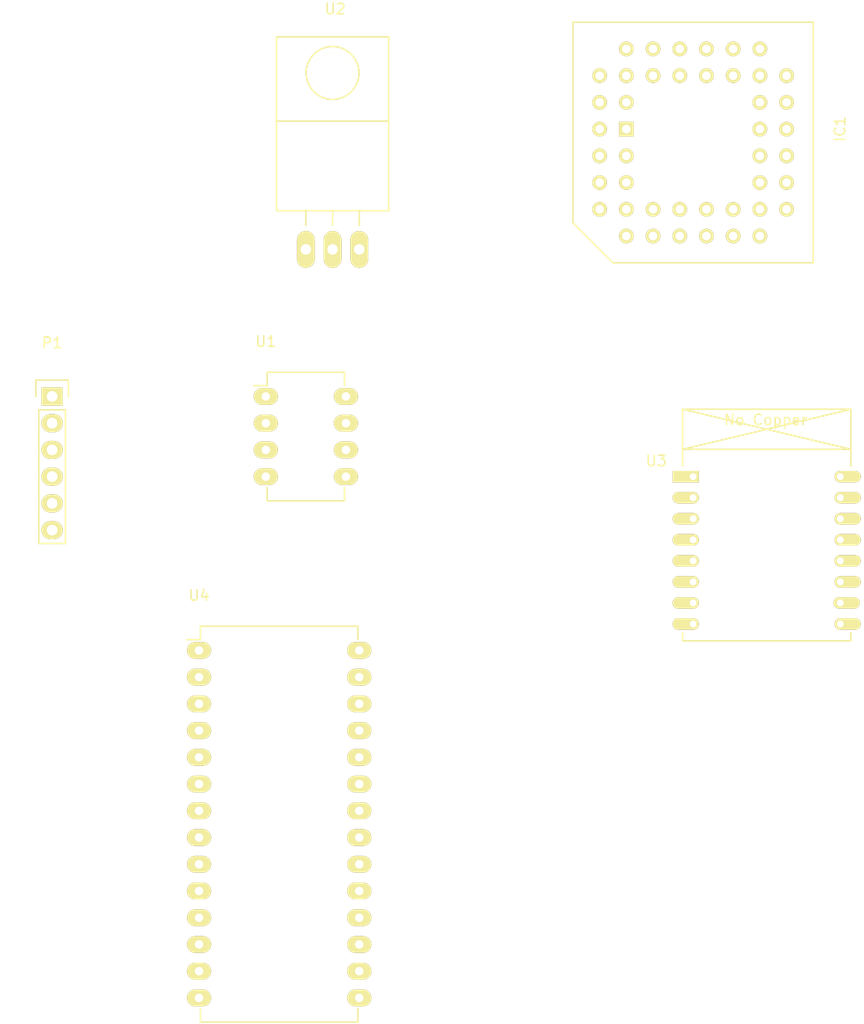
<source format=kicad_pcb>
(kicad_pcb (version 4) (host pcbnew 4.0.2-stable)

  (general
    (links 0)
    (no_connects 0)
    (area 0 0 0 0)
    (thickness 1.6)
    (drawings 0)
    (tracks 0)
    (zones 0)
    (modules 6)
    (nets 102)
  )

  (page A4)
  (layers
    (0 F.Cu signal)
    (31 B.Cu signal)
    (32 B.Adhes user)
    (33 F.Adhes user)
    (34 B.Paste user)
    (35 F.Paste user)
    (36 B.SilkS user)
    (37 F.SilkS user)
    (38 B.Mask user)
    (39 F.Mask user)
    (40 Dwgs.User user)
    (41 Cmts.User user)
    (42 Eco1.User user)
    (43 Eco2.User user)
    (44 Edge.Cuts user)
    (45 Margin user)
    (46 B.CrtYd user)
    (47 F.CrtYd user)
    (48 B.Fab user)
    (49 F.Fab user)
  )

  (setup
    (last_trace_width 0.25)
    (trace_clearance 0.2)
    (zone_clearance 0.508)
    (zone_45_only no)
    (trace_min 0.2)
    (segment_width 0.2)
    (edge_width 0.15)
    (via_size 0.6)
    (via_drill 0.4)
    (via_min_size 0.4)
    (via_min_drill 0.3)
    (uvia_size 0.3)
    (uvia_drill 0.1)
    (uvias_allowed no)
    (uvia_min_size 0.2)
    (uvia_min_drill 0.1)
    (pcb_text_width 0.3)
    (pcb_text_size 1.5 1.5)
    (mod_edge_width 0.15)
    (mod_text_size 1 1)
    (mod_text_width 0.15)
    (pad_size 1.524 1.524)
    (pad_drill 0.762)
    (pad_to_mask_clearance 0.2)
    (aux_axis_origin 0 0)
    (visible_elements FFFFFF7F)
    (pcbplotparams
      (layerselection 0x00030_80000001)
      (usegerberextensions false)
      (excludeedgelayer true)
      (linewidth 0.100000)
      (plotframeref false)
      (viasonmask false)
      (mode 1)
      (useauxorigin false)
      (hpglpennumber 1)
      (hpglpenspeed 20)
      (hpglpendiameter 15)
      (hpglpenoverlay 2)
      (psnegative false)
      (psa4output false)
      (plotreference true)
      (plotvalue true)
      (plotinvisibletext false)
      (padsonsilk false)
      (subtractmaskfromsilk false)
      (outputformat 1)
      (mirror false)
      (drillshape 1)
      (scaleselection 1)
      (outputdirectory ""))
  )

  (net 0 "")
  (net 1 "Net-(IC1-Pad1)")
  (net 2 "Net-(IC1-Pad2)")
  (net 3 "Net-(IC1-Pad3)")
  (net 4 "Net-(IC1-Pad4)")
  (net 5 "Net-(IC1-Pad5)")
  (net 6 "Net-(IC1-Pad6)")
  (net 7 "Net-(IC1-Pad7)")
  (net 8 "Net-(IC1-Pad8)")
  (net 9 "Net-(IC1-Pad9)")
  (net 10 "Net-(IC1-Pad10)")
  (net 11 "Net-(IC1-Pad11)")
  (net 12 "Net-(IC1-Pad12)")
  (net 13 "Net-(IC1-Pad13)")
  (net 14 "Net-(IC1-Pad14)")
  (net 15 "Net-(IC1-Pad15)")
  (net 16 "Net-(IC1-Pad16)")
  (net 17 "Net-(IC1-Pad17)")
  (net 18 "Net-(IC1-Pad18)")
  (net 19 "Net-(IC1-Pad19)")
  (net 20 "Net-(IC1-Pad20)")
  (net 21 "Net-(IC1-Pad21)")
  (net 22 "Net-(IC1-Pad22)")
  (net 23 "Net-(IC1-Pad23)")
  (net 24 "Net-(IC1-Pad24)")
  (net 25 "Net-(IC1-Pad25)")
  (net 26 "Net-(IC1-Pad26)")
  (net 27 "Net-(IC1-Pad27)")
  (net 28 "Net-(IC1-Pad28)")
  (net 29 "Net-(IC1-Pad29)")
  (net 30 "Net-(IC1-Pad30)")
  (net 31 "Net-(IC1-Pad31)")
  (net 32 "Net-(IC1-Pad32)")
  (net 33 "Net-(IC1-Pad33)")
  (net 34 "Net-(IC1-Pad34)")
  (net 35 "Net-(IC1-Pad35)")
  (net 36 "Net-(IC1-Pad36)")
  (net 37 "Net-(IC1-Pad37)")
  (net 38 "Net-(IC1-Pad38)")
  (net 39 "Net-(IC1-Pad39)")
  (net 40 "Net-(IC1-Pad40)")
  (net 41 "Net-(IC1-Pad41)")
  (net 42 "Net-(IC1-Pad42)")
  (net 43 "Net-(IC1-Pad43)")
  (net 44 "Net-(IC1-Pad44)")
  (net 45 "Net-(U1-Pad1)")
  (net 46 "Net-(U1-Pad2)")
  (net 47 "Net-(U1-Pad3)")
  (net 48 "Net-(U1-Pad4)")
  (net 49 "Net-(U1-Pad5)")
  (net 50 "Net-(U1-Pad6)")
  (net 51 "Net-(U1-Pad8)")
  (net 52 "Net-(U3-Pad1)")
  (net 53 "Net-(U3-Pad2)")
  (net 54 "Net-(U3-Pad3)")
  (net 55 "Net-(U3-Pad4)")
  (net 56 "Net-(U3-Pad5)")
  (net 57 "Net-(U3-Pad6)")
  (net 58 "Net-(U3-Pad7)")
  (net 59 "Net-(U3-Pad8)")
  (net 60 "Net-(U3-Pad9)")
  (net 61 "Net-(U3-Pad10)")
  (net 62 "Net-(U3-Pad11)")
  (net 63 "Net-(U3-Pad12)")
  (net 64 "Net-(U3-Pad13)")
  (net 65 "Net-(U3-Pad14)")
  (net 66 "Net-(U3-Pad15)")
  (net 67 "Net-(U3-Pad16)")
  (net 68 "Net-(P1-Pad1)")
  (net 69 "Net-(P1-Pad2)")
  (net 70 "Net-(P1-Pad3)")
  (net 71 "Net-(P1-Pad4)")
  (net 72 "Net-(P1-Pad5)")
  (net 73 "Net-(P1-Pad6)")
  (net 74 "Net-(U4-Pad1)")
  (net 75 "Net-(U4-Pad2)")
  (net 76 "Net-(U4-Pad3)")
  (net 77 "Net-(U4-Pad4)")
  (net 78 "Net-(U4-Pad5)")
  (net 79 "Net-(U4-Pad6)")
  (net 80 "Net-(U4-Pad7)")
  (net 81 "Net-(U4-Pad8)")
  (net 82 "Net-(U4-Pad9)")
  (net 83 "Net-(U4-Pad10)")
  (net 84 "Net-(U4-Pad11)")
  (net 85 "Net-(U4-Pad12)")
  (net 86 "Net-(U4-Pad13)")
  (net 87 "Net-(U4-Pad14)")
  (net 88 "Net-(U4-Pad15)")
  (net 89 "Net-(U4-Pad16)")
  (net 90 "Net-(U4-Pad17)")
  (net 91 "Net-(U4-Pad18)")
  (net 92 "Net-(U4-Pad19)")
  (net 93 "Net-(U4-Pad20)")
  (net 94 "Net-(U4-Pad21)")
  (net 95 "Net-(U4-Pad22)")
  (net 96 "Net-(U4-Pad23)")
  (net 97 "Net-(U4-Pad24)")
  (net 98 "Net-(U4-Pad25)")
  (net 99 "Net-(U4-Pad26)")
  (net 100 "Net-(U4-Pad27)")
  (net 101 "Net-(U4-Pad28)")

  (net_class Default "This is the default net class."
    (clearance 0.2)
    (trace_width 0.25)
    (via_dia 0.6)
    (via_drill 0.4)
    (uvia_dia 0.3)
    (uvia_drill 0.1)
    (add_net "Net-(IC1-Pad1)")
    (add_net "Net-(IC1-Pad10)")
    (add_net "Net-(IC1-Pad11)")
    (add_net "Net-(IC1-Pad12)")
    (add_net "Net-(IC1-Pad13)")
    (add_net "Net-(IC1-Pad14)")
    (add_net "Net-(IC1-Pad15)")
    (add_net "Net-(IC1-Pad16)")
    (add_net "Net-(IC1-Pad17)")
    (add_net "Net-(IC1-Pad18)")
    (add_net "Net-(IC1-Pad19)")
    (add_net "Net-(IC1-Pad2)")
    (add_net "Net-(IC1-Pad20)")
    (add_net "Net-(IC1-Pad21)")
    (add_net "Net-(IC1-Pad22)")
    (add_net "Net-(IC1-Pad23)")
    (add_net "Net-(IC1-Pad24)")
    (add_net "Net-(IC1-Pad25)")
    (add_net "Net-(IC1-Pad26)")
    (add_net "Net-(IC1-Pad27)")
    (add_net "Net-(IC1-Pad28)")
    (add_net "Net-(IC1-Pad29)")
    (add_net "Net-(IC1-Pad3)")
    (add_net "Net-(IC1-Pad30)")
    (add_net "Net-(IC1-Pad31)")
    (add_net "Net-(IC1-Pad32)")
    (add_net "Net-(IC1-Pad33)")
    (add_net "Net-(IC1-Pad34)")
    (add_net "Net-(IC1-Pad35)")
    (add_net "Net-(IC1-Pad36)")
    (add_net "Net-(IC1-Pad37)")
    (add_net "Net-(IC1-Pad38)")
    (add_net "Net-(IC1-Pad39)")
    (add_net "Net-(IC1-Pad4)")
    (add_net "Net-(IC1-Pad40)")
    (add_net "Net-(IC1-Pad41)")
    (add_net "Net-(IC1-Pad42)")
    (add_net "Net-(IC1-Pad43)")
    (add_net "Net-(IC1-Pad44)")
    (add_net "Net-(IC1-Pad5)")
    (add_net "Net-(IC1-Pad6)")
    (add_net "Net-(IC1-Pad7)")
    (add_net "Net-(IC1-Pad8)")
    (add_net "Net-(IC1-Pad9)")
    (add_net "Net-(P1-Pad1)")
    (add_net "Net-(P1-Pad2)")
    (add_net "Net-(P1-Pad3)")
    (add_net "Net-(P1-Pad4)")
    (add_net "Net-(P1-Pad5)")
    (add_net "Net-(P1-Pad6)")
    (add_net "Net-(U1-Pad1)")
    (add_net "Net-(U1-Pad2)")
    (add_net "Net-(U1-Pad3)")
    (add_net "Net-(U1-Pad4)")
    (add_net "Net-(U1-Pad5)")
    (add_net "Net-(U1-Pad6)")
    (add_net "Net-(U1-Pad8)")
    (add_net "Net-(U3-Pad1)")
    (add_net "Net-(U3-Pad10)")
    (add_net "Net-(U3-Pad11)")
    (add_net "Net-(U3-Pad12)")
    (add_net "Net-(U3-Pad13)")
    (add_net "Net-(U3-Pad14)")
    (add_net "Net-(U3-Pad15)")
    (add_net "Net-(U3-Pad16)")
    (add_net "Net-(U3-Pad2)")
    (add_net "Net-(U3-Pad3)")
    (add_net "Net-(U3-Pad4)")
    (add_net "Net-(U3-Pad5)")
    (add_net "Net-(U3-Pad6)")
    (add_net "Net-(U3-Pad7)")
    (add_net "Net-(U3-Pad8)")
    (add_net "Net-(U3-Pad9)")
    (add_net "Net-(U4-Pad1)")
    (add_net "Net-(U4-Pad10)")
    (add_net "Net-(U4-Pad11)")
    (add_net "Net-(U4-Pad12)")
    (add_net "Net-(U4-Pad13)")
    (add_net "Net-(U4-Pad14)")
    (add_net "Net-(U4-Pad15)")
    (add_net "Net-(U4-Pad16)")
    (add_net "Net-(U4-Pad17)")
    (add_net "Net-(U4-Pad18)")
    (add_net "Net-(U4-Pad19)")
    (add_net "Net-(U4-Pad2)")
    (add_net "Net-(U4-Pad20)")
    (add_net "Net-(U4-Pad21)")
    (add_net "Net-(U4-Pad22)")
    (add_net "Net-(U4-Pad23)")
    (add_net "Net-(U4-Pad24)")
    (add_net "Net-(U4-Pad25)")
    (add_net "Net-(U4-Pad26)")
    (add_net "Net-(U4-Pad27)")
    (add_net "Net-(U4-Pad28)")
    (add_net "Net-(U4-Pad3)")
    (add_net "Net-(U4-Pad4)")
    (add_net "Net-(U4-Pad5)")
    (add_net "Net-(U4-Pad6)")
    (add_net "Net-(U4-Pad7)")
    (add_net "Net-(U4-Pad8)")
    (add_net "Net-(U4-Pad9)")
  )

  (module Sockets:PLCC44 (layer F.Cu) (tedit 0) (tstamp 56E607BC)
    (at 162.56 81.28)
    (descr "Support Plcc 44 pins, pads ronds")
    (tags PLCC)
    (path /56E5FEB5)
    (fp_text reference IC1 (at 13.97 -1.27 90) (layer F.SilkS)
      (effects (font (size 1 1) (thickness 0.15)))
    )
    (fp_text value XC9572XL-PC44 (at -2.54 0 90) (layer F.Fab)
      (effects (font (size 1 1) (thickness 0.15)))
    )
    (fp_line (start -11.43 7.62) (end -7.62 11.43) (layer F.SilkS) (width 0.15))
    (fp_line (start -7.62 11.43) (end 11.43 11.43) (layer F.SilkS) (width 0.15))
    (fp_line (start 11.43 11.43) (end 11.43 -11.43) (layer F.SilkS) (width 0.15))
    (fp_line (start 11.43 -11.43) (end -11.43 -11.43) (layer F.SilkS) (width 0.15))
    (fp_line (start -11.43 -11.43) (end -11.43 7.62) (layer F.SilkS) (width 0.15))
    (pad 1 thru_hole rect (at -6.35 -1.27) (size 1.397 1.397) (drill 0.8128) (layers *.Cu *.Mask F.SilkS)
      (net 1 "Net-(IC1-Pad1)"))
    (pad 2 thru_hole circle (at -8.89 1.27) (size 1.397 1.397) (drill 0.8128) (layers *.Cu *.Mask F.SilkS)
      (net 2 "Net-(IC1-Pad2)"))
    (pad 3 thru_hole circle (at -6.35 1.27) (size 1.397 1.397) (drill 0.8128) (layers *.Cu *.Mask F.SilkS)
      (net 3 "Net-(IC1-Pad3)"))
    (pad 4 thru_hole circle (at -8.89 3.81) (size 1.397 1.397) (drill 0.8128) (layers *.Cu *.Mask F.SilkS)
      (net 4 "Net-(IC1-Pad4)"))
    (pad 5 thru_hole circle (at -6.35 3.81) (size 1.397 1.397) (drill 0.8128) (layers *.Cu *.Mask F.SilkS)
      (net 5 "Net-(IC1-Pad5)"))
    (pad 6 thru_hole circle (at -8.89 6.35) (size 1.397 1.397) (drill 0.8128) (layers *.Cu *.Mask F.SilkS)
      (net 6 "Net-(IC1-Pad6)"))
    (pad 7 thru_hole circle (at -6.35 8.89) (size 1.397 1.397) (drill 0.8128) (layers *.Cu *.Mask F.SilkS)
      (net 7 "Net-(IC1-Pad7)"))
    (pad 8 thru_hole circle (at -6.35 6.35) (size 1.397 1.397) (drill 0.8128) (layers *.Cu *.Mask F.SilkS)
      (net 8 "Net-(IC1-Pad8)"))
    (pad 9 thru_hole circle (at -3.81 8.89) (size 1.397 1.397) (drill 0.8128) (layers *.Cu *.Mask F.SilkS)
      (net 9 "Net-(IC1-Pad9)"))
    (pad 10 thru_hole circle (at -3.81 6.35) (size 1.397 1.397) (drill 0.8128) (layers *.Cu *.Mask F.SilkS)
      (net 10 "Net-(IC1-Pad10)"))
    (pad 11 thru_hole circle (at -1.27 8.89) (size 1.397 1.397) (drill 0.8128) (layers *.Cu *.Mask F.SilkS)
      (net 11 "Net-(IC1-Pad11)"))
    (pad 12 thru_hole circle (at -1.27 6.35) (size 1.397 1.397) (drill 0.8128) (layers *.Cu *.Mask F.SilkS)
      (net 12 "Net-(IC1-Pad12)"))
    (pad 13 thru_hole circle (at 1.27 8.89) (size 1.397 1.397) (drill 0.8128) (layers *.Cu *.Mask F.SilkS)
      (net 13 "Net-(IC1-Pad13)"))
    (pad 14 thru_hole circle (at 1.27 6.35) (size 1.397 1.397) (drill 0.8128) (layers *.Cu *.Mask F.SilkS)
      (net 14 "Net-(IC1-Pad14)"))
    (pad 15 thru_hole circle (at 3.81 8.89) (size 1.397 1.397) (drill 0.8128) (layers *.Cu *.Mask F.SilkS)
      (net 15 "Net-(IC1-Pad15)"))
    (pad 16 thru_hole circle (at 3.81 6.35) (size 1.397 1.397) (drill 0.8128) (layers *.Cu *.Mask F.SilkS)
      (net 16 "Net-(IC1-Pad16)"))
    (pad 17 thru_hole circle (at 6.35 8.89) (size 1.397 1.397) (drill 0.8128) (layers *.Cu *.Mask F.SilkS)
      (net 17 "Net-(IC1-Pad17)"))
    (pad 18 thru_hole circle (at 8.89 6.35) (size 1.397 1.397) (drill 0.8128) (layers *.Cu *.Mask F.SilkS)
      (net 18 "Net-(IC1-Pad18)"))
    (pad 19 thru_hole circle (at 6.35 6.35) (size 1.397 1.397) (drill 0.8128) (layers *.Cu *.Mask F.SilkS)
      (net 19 "Net-(IC1-Pad19)"))
    (pad 20 thru_hole circle (at 8.89 3.81) (size 1.397 1.397) (drill 0.8128) (layers *.Cu *.Mask F.SilkS)
      (net 20 "Net-(IC1-Pad20)"))
    (pad 21 thru_hole circle (at 6.35 3.81) (size 1.397 1.397) (drill 0.8128) (layers *.Cu *.Mask F.SilkS)
      (net 21 "Net-(IC1-Pad21)"))
    (pad 22 thru_hole circle (at 8.89 1.27) (size 1.397 1.397) (drill 0.8128) (layers *.Cu *.Mask F.SilkS)
      (net 22 "Net-(IC1-Pad22)"))
    (pad 23 thru_hole circle (at 6.35 1.27) (size 1.397 1.397) (drill 0.8128) (layers *.Cu *.Mask F.SilkS)
      (net 23 "Net-(IC1-Pad23)"))
    (pad 24 thru_hole circle (at 8.89 -1.27) (size 1.397 1.397) (drill 0.8128) (layers *.Cu *.Mask F.SilkS)
      (net 24 "Net-(IC1-Pad24)"))
    (pad 25 thru_hole circle (at 6.35 -1.27) (size 1.397 1.397) (drill 0.8128) (layers *.Cu *.Mask F.SilkS)
      (net 25 "Net-(IC1-Pad25)"))
    (pad 26 thru_hole circle (at 8.89 -3.81) (size 1.397 1.397) (drill 0.8128) (layers *.Cu *.Mask F.SilkS)
      (net 26 "Net-(IC1-Pad26)"))
    (pad 27 thru_hole circle (at 6.35 -3.81) (size 1.397 1.397) (drill 0.8128) (layers *.Cu *.Mask F.SilkS)
      (net 27 "Net-(IC1-Pad27)"))
    (pad 28 thru_hole circle (at 8.89 -6.35) (size 1.397 1.397) (drill 0.8128) (layers *.Cu *.Mask F.SilkS)
      (net 28 "Net-(IC1-Pad28)"))
    (pad 29 thru_hole circle (at 6.35 -8.89) (size 1.397 1.397) (drill 0.8128) (layers *.Cu *.Mask F.SilkS)
      (net 29 "Net-(IC1-Pad29)"))
    (pad 30 thru_hole circle (at 6.35 -6.35) (size 1.397 1.397) (drill 0.8128) (layers *.Cu *.Mask F.SilkS)
      (net 30 "Net-(IC1-Pad30)"))
    (pad 31 thru_hole circle (at 3.81 -8.89) (size 1.397 1.397) (drill 0.8128) (layers *.Cu *.Mask F.SilkS)
      (net 31 "Net-(IC1-Pad31)"))
    (pad 32 thru_hole circle (at 3.81 -6.35) (size 1.397 1.397) (drill 0.8128) (layers *.Cu *.Mask F.SilkS)
      (net 32 "Net-(IC1-Pad32)"))
    (pad 33 thru_hole circle (at 1.27 -8.89) (size 1.397 1.397) (drill 0.8128) (layers *.Cu *.Mask F.SilkS)
      (net 33 "Net-(IC1-Pad33)"))
    (pad 34 thru_hole circle (at 1.27 -6.35) (size 1.397 1.397) (drill 0.8128) (layers *.Cu *.Mask F.SilkS)
      (net 34 "Net-(IC1-Pad34)"))
    (pad 35 thru_hole circle (at -1.27 -8.89) (size 1.397 1.397) (drill 0.8128) (layers *.Cu *.Mask F.SilkS)
      (net 35 "Net-(IC1-Pad35)"))
    (pad 36 thru_hole circle (at -1.27 -6.35) (size 1.397 1.397) (drill 0.8128) (layers *.Cu *.Mask F.SilkS)
      (net 36 "Net-(IC1-Pad36)"))
    (pad 37 thru_hole circle (at -3.81 -8.89) (size 1.397 1.397) (drill 0.8128) (layers *.Cu *.Mask F.SilkS)
      (net 37 "Net-(IC1-Pad37)"))
    (pad 38 thru_hole circle (at -3.81 -6.35) (size 1.397 1.397) (drill 0.8128) (layers *.Cu *.Mask F.SilkS)
      (net 38 "Net-(IC1-Pad38)"))
    (pad 39 thru_hole circle (at -6.35 -8.89) (size 1.397 1.397) (drill 0.8128) (layers *.Cu *.Mask F.SilkS)
      (net 39 "Net-(IC1-Pad39)"))
    (pad 40 thru_hole circle (at -8.89 -6.35) (size 1.397 1.397) (drill 0.8128) (layers *.Cu *.Mask F.SilkS)
      (net 40 "Net-(IC1-Pad40)"))
    (pad 41 thru_hole circle (at -6.35 -6.35) (size 1.397 1.397) (drill 0.8128) (layers *.Cu *.Mask F.SilkS)
      (net 41 "Net-(IC1-Pad41)"))
    (pad 42 thru_hole circle (at -8.89 -3.81) (size 1.397 1.397) (drill 0.8128) (layers *.Cu *.Mask F.SilkS)
      (net 42 "Net-(IC1-Pad42)"))
    (pad 43 thru_hole circle (at -6.35 -3.81) (size 1.397 1.397) (drill 0.8128) (layers *.Cu *.Mask F.SilkS)
      (net 43 "Net-(IC1-Pad43)"))
    (pad 44 thru_hole circle (at -8.89 -1.27) (size 1.397 1.397) (drill 0.8128) (layers *.Cu *.Mask F.SilkS)
      (net 44 "Net-(IC1-Pad44)"))
  )

  (module Housings_DIP:DIP-8_W7.62mm_LongPads (layer F.Cu) (tedit 54130A77) (tstamp 56E607C8)
    (at 121.92 105.41)
    (descr "8-lead dip package, row spacing 7.62 mm (300 mils), longer pads")
    (tags "dil dip 2.54 300")
    (path /56E5FC3C)
    (fp_text reference U1 (at 0 -5.22) (layer F.SilkS)
      (effects (font (size 1 1) (thickness 0.15)))
    )
    (fp_text value LM386 (at 0 -3.72) (layer F.Fab)
      (effects (font (size 1 1) (thickness 0.15)))
    )
    (fp_line (start -1.4 -2.45) (end -1.4 10.1) (layer F.CrtYd) (width 0.05))
    (fp_line (start 9 -2.45) (end 9 10.1) (layer F.CrtYd) (width 0.05))
    (fp_line (start -1.4 -2.45) (end 9 -2.45) (layer F.CrtYd) (width 0.05))
    (fp_line (start -1.4 10.1) (end 9 10.1) (layer F.CrtYd) (width 0.05))
    (fp_line (start 0.135 -2.295) (end 0.135 -1.025) (layer F.SilkS) (width 0.15))
    (fp_line (start 7.485 -2.295) (end 7.485 -1.025) (layer F.SilkS) (width 0.15))
    (fp_line (start 7.485 9.915) (end 7.485 8.645) (layer F.SilkS) (width 0.15))
    (fp_line (start 0.135 9.915) (end 0.135 8.645) (layer F.SilkS) (width 0.15))
    (fp_line (start 0.135 -2.295) (end 7.485 -2.295) (layer F.SilkS) (width 0.15))
    (fp_line (start 0.135 9.915) (end 7.485 9.915) (layer F.SilkS) (width 0.15))
    (fp_line (start 0.135 -1.025) (end -1.15 -1.025) (layer F.SilkS) (width 0.15))
    (pad 1 thru_hole oval (at 0 0) (size 2.3 1.6) (drill 0.8) (layers *.Cu *.Mask F.SilkS)
      (net 45 "Net-(U1-Pad1)"))
    (pad 2 thru_hole oval (at 0 2.54) (size 2.3 1.6) (drill 0.8) (layers *.Cu *.Mask F.SilkS)
      (net 46 "Net-(U1-Pad2)"))
    (pad 3 thru_hole oval (at 0 5.08) (size 2.3 1.6) (drill 0.8) (layers *.Cu *.Mask F.SilkS)
      (net 47 "Net-(U1-Pad3)"))
    (pad 4 thru_hole oval (at 0 7.62) (size 2.3 1.6) (drill 0.8) (layers *.Cu *.Mask F.SilkS)
      (net 48 "Net-(U1-Pad4)"))
    (pad 5 thru_hole oval (at 7.62 7.62) (size 2.3 1.6) (drill 0.8) (layers *.Cu *.Mask F.SilkS)
      (net 49 "Net-(U1-Pad5)"))
    (pad 6 thru_hole oval (at 7.62 5.08) (size 2.3 1.6) (drill 0.8) (layers *.Cu *.Mask F.SilkS)
      (net 50 "Net-(U1-Pad6)"))
    (pad 7 thru_hole oval (at 7.62 2.54) (size 2.3 1.6) (drill 0.8) (layers *.Cu *.Mask F.SilkS))
    (pad 8 thru_hole oval (at 7.62 0) (size 2.3 1.6) (drill 0.8) (layers *.Cu *.Mask F.SilkS)
      (net 51 "Net-(U1-Pad8)"))
    (model Housings_DIP.3dshapes/DIP-8_W7.62mm_LongPads.wrl
      (at (xyz 0 0 0))
      (scale (xyz 1 1 1))
      (rotate (xyz 0 0 0))
    )
  )

  (module TO_SOT_Packages_THT:TO-220_Neutral123_Horizontal_LargePads (layer F.Cu) (tedit 0) (tstamp 56E607D0)
    (at 128.27 91.44)
    (descr "TO-220, Neutral, Horizontal, Large Pads,")
    (tags "TO-220, Neutral, Horizontal, Large Pads,")
    (path /56E5FC14)
    (fp_text reference U2 (at 0.24892 -22.84984) (layer F.SilkS)
      (effects (font (size 1 1) (thickness 0.15)))
    )
    (fp_text value LM7805 (at -0.20066 4.24942) (layer F.Fab)
      (effects (font (size 1 1) (thickness 0.15)))
    )
    (fp_line (start -2.54 -3.683) (end -2.54 -2.286) (layer F.SilkS) (width 0.15))
    (fp_line (start 0 -3.683) (end 0 -2.286) (layer F.SilkS) (width 0.15))
    (fp_line (start 2.54 -3.683) (end 2.54 -2.286) (layer F.SilkS) (width 0.15))
    (fp_circle (center 0 -16.764) (end 1.778 -14.986) (layer F.SilkS) (width 0.15))
    (fp_line (start 5.334 -12.192) (end 5.334 -20.193) (layer F.SilkS) (width 0.15))
    (fp_line (start 5.334 -20.193) (end -5.334 -20.193) (layer F.SilkS) (width 0.15))
    (fp_line (start -5.334 -20.193) (end -5.334 -12.192) (layer F.SilkS) (width 0.15))
    (fp_line (start 5.334 -3.683) (end 5.334 -12.192) (layer F.SilkS) (width 0.15))
    (fp_line (start 5.334 -12.192) (end -5.334 -12.192) (layer F.SilkS) (width 0.15))
    (fp_line (start -5.334 -12.192) (end -5.334 -3.683) (layer F.SilkS) (width 0.15))
    (fp_line (start 0 -3.683) (end -5.334 -3.683) (layer F.SilkS) (width 0.15))
    (fp_line (start 0 -3.683) (end 5.334 -3.683) (layer F.SilkS) (width 0.15))
    (pad 2 thru_hole oval (at 0 0 90) (size 3.50012 1.69926) (drill 1.00076) (layers *.Cu *.Mask F.SilkS))
    (pad 1 thru_hole oval (at -2.54 0 90) (size 3.50012 1.69926) (drill 1.00076) (layers *.Cu *.Mask F.SilkS))
    (pad 3 thru_hole oval (at 2.54 0 90) (size 3.50012 1.69926) (drill 1.00076) (layers *.Cu *.Mask F.SilkS))
    (pad "" np_thru_hole circle (at 0 -16.764 90) (size 3.79984 3.79984) (drill 3.79984) (layers *.Cu *.Mask F.SilkS))
    (model TO_SOT_Packages_THT.3dshapes/TO-220_Neutral123_Horizontal_LargePads.wrl
      (at (xyz 0 0 0))
      (scale (xyz 0.3937 0.3937 0.3937))
      (rotate (xyz 0 0 0))
    )
  )

  (module ESP8266:ESP-07v2 (layer F.Cu) (tedit 556A0367) (tstamp 56E607E4)
    (at 162.56 113.03)
    (descr "Module, ESP-8266, ESP-07v2, 16 pad, SMD")
    (tags "Module ESP-8266 ESP8266")
    (path /56E5FF54)
    (fp_text reference U3 (at -3.5 -1.5) (layer F.SilkS)
      (effects (font (size 1 1) (thickness 0.15)))
    )
    (fp_text value ESP-07v2 (at 7.25 2.25) (layer F.Fab)
      (effects (font (size 1 1) (thickness 0.15)))
    )
    (fp_line (start -2.25 -0.5) (end -2.25 -6.65) (layer F.CrtYd) (width 0.05))
    (fp_line (start -2.25 -6.65) (end 16.25 -6.65) (layer F.CrtYd) (width 0.05))
    (fp_line (start 16.25 -6.65) (end 16.25 16) (layer F.CrtYd) (width 0.05))
    (fp_line (start 16.25 16) (end -2.25 16) (layer F.CrtYd) (width 0.05))
    (fp_line (start -2.25 16) (end -2.25 -0.5) (layer F.CrtYd) (width 0.05))
    (fp_line (start -1 -6.4) (end 15 -6.4) (layer F.SilkS) (width 0.1524))
    (fp_line (start 15 -6.4) (end 15 -1) (layer F.SilkS) (width 0.1524))
    (fp_line (start -1 -6.4) (end -1 -1) (layer F.SilkS) (width 0.1524))
    (fp_line (start -1 14.8) (end -1 15.6) (layer F.SilkS) (width 0.1524))
    (fp_line (start -1 15.6) (end 15 15.6) (layer F.SilkS) (width 0.1524))
    (fp_line (start 15 15.6) (end 15 14.8) (layer F.SilkS) (width 0.1524))
    (fp_line (start 15 -6.4) (end -1 -2.6) (layer F.SilkS) (width 0.1524))
    (fp_line (start -1 -6.4) (end 15 -2.6) (layer F.SilkS) (width 0.1524))
    (fp_text user "No Copper" (at 6.892 -5.4) (layer F.SilkS)
      (effects (font (size 1 1) (thickness 0.15)))
    )
    (fp_line (start -1.008 -2.6) (end 14.992 -2.6) (layer F.SilkS) (width 0.1524))
    (fp_line (start 15 -6.4) (end 15 15.6) (layer F.Fab) (width 0.05))
    (fp_line (start 15 15.6) (end -1 15.6) (layer F.Fab) (width 0.05))
    (fp_line (start -1.008 15.6) (end -1.008 -6.4) (layer F.Fab) (width 0.05))
    (fp_line (start -1 -6.4) (end 15 -6.4) (layer F.Fab) (width 0.05))
    (pad 1 thru_hole rect (at 0 0) (size 2.5 1.1) (drill 0.65 (offset -0.7 0)) (layers *.Cu *.Mask F.SilkS)
      (net 52 "Net-(U3-Pad1)"))
    (pad 2 thru_hole oval (at 0 2) (size 2.5 1.1) (drill 0.65 (offset -0.7 0)) (layers *.Cu *.Mask F.SilkS)
      (net 53 "Net-(U3-Pad2)"))
    (pad 3 thru_hole oval (at 0 4) (size 2.5 1.1) (drill 0.65 (offset -0.7 0)) (layers *.Cu *.Mask F.SilkS)
      (net 54 "Net-(U3-Pad3)"))
    (pad 4 thru_hole oval (at 0 6) (size 2.5 1.1) (drill 0.65 (offset -0.7 0)) (layers *.Cu *.Mask F.SilkS)
      (net 55 "Net-(U3-Pad4)"))
    (pad 5 thru_hole oval (at 0 8) (size 2.5 1.1) (drill 0.65 (offset -0.7 0)) (layers *.Cu *.Mask F.SilkS)
      (net 56 "Net-(U3-Pad5)"))
    (pad 6 thru_hole oval (at 0 10) (size 2.5 1.1) (drill 0.65 (offset -0.7 0)) (layers *.Cu *.Mask F.SilkS)
      (net 57 "Net-(U3-Pad6)"))
    (pad 7 thru_hole oval (at 0 12) (size 2.5 1.1) (drill 0.65 (offset -0.7 0)) (layers *.Cu *.Mask F.SilkS)
      (net 58 "Net-(U3-Pad7)"))
    (pad 8 thru_hole oval (at 0 14) (size 2.5 1.1) (drill 0.65 (offset -0.7 0)) (layers *.Cu *.Mask F.SilkS)
      (net 59 "Net-(U3-Pad8)"))
    (pad 9 thru_hole oval (at 14 14) (size 2.5 1.1) (drill 0.65 (offset 0.7 0)) (layers *.Cu *.Mask F.SilkS)
      (net 60 "Net-(U3-Pad9)"))
    (pad 10 thru_hole oval (at 14 12) (size 2.5 1.1) (drill 0.65 (offset 0.6 0)) (layers *.Cu *.Mask F.SilkS)
      (net 61 "Net-(U3-Pad10)"))
    (pad 11 thru_hole oval (at 14 10) (size 2.5 1.1) (drill 0.65 (offset 0.7 0)) (layers *.Cu *.Mask F.SilkS)
      (net 62 "Net-(U3-Pad11)"))
    (pad 12 thru_hole oval (at 14 8) (size 2.5 1.1) (drill 0.65 (offset 0.7 0)) (layers *.Cu *.Mask F.SilkS)
      (net 63 "Net-(U3-Pad12)"))
    (pad 13 thru_hole oval (at 14 6) (size 2.5 1.1) (drill 0.65 (offset 0.7 0)) (layers *.Cu *.Mask F.SilkS)
      (net 64 "Net-(U3-Pad13)"))
    (pad 14 thru_hole oval (at 14 4) (size 2.5 1.1) (drill 0.65 (offset 0.7 0)) (layers *.Cu *.Mask F.SilkS)
      (net 65 "Net-(U3-Pad14)"))
    (pad 15 thru_hole oval (at 14 2) (size 2.5 1.1) (drill 0.65 (offset 0.7 0)) (layers *.Cu *.Mask F.SilkS)
      (net 66 "Net-(U3-Pad15)"))
    (pad 16 thru_hole oval (at 14 0) (size 2.5 1.1) (drill 0.65 (offset 0.7 0)) (layers *.Cu *.Mask F.SilkS)
      (net 67 "Net-(U3-Pad16)"))
    (model ${ESPLIB}/ESP8266.3dshapes/ESP-07v2.wrl
      (at (xyz 0 0 0))
      (scale (xyz 0.3937 0.3937 0.3937))
      (rotate (xyz 0 0 0))
    )
  )

  (module Pin_Headers:Pin_Header_Straight_1x06 (layer F.Cu) (tedit 0) (tstamp 56E62CC5)
    (at 101.6 105.41)
    (descr "Through hole pin header")
    (tags "pin header")
    (path /56E61460)
    (fp_text reference P1 (at 0 -5.1) (layer F.SilkS)
      (effects (font (size 1 1) (thickness 0.15)))
    )
    (fp_text value CONN_01X06 (at 0 -3.1) (layer F.Fab)
      (effects (font (size 1 1) (thickness 0.15)))
    )
    (fp_line (start -1.75 -1.75) (end -1.75 14.45) (layer F.CrtYd) (width 0.05))
    (fp_line (start 1.75 -1.75) (end 1.75 14.45) (layer F.CrtYd) (width 0.05))
    (fp_line (start -1.75 -1.75) (end 1.75 -1.75) (layer F.CrtYd) (width 0.05))
    (fp_line (start -1.75 14.45) (end 1.75 14.45) (layer F.CrtYd) (width 0.05))
    (fp_line (start 1.27 1.27) (end 1.27 13.97) (layer F.SilkS) (width 0.15))
    (fp_line (start 1.27 13.97) (end -1.27 13.97) (layer F.SilkS) (width 0.15))
    (fp_line (start -1.27 13.97) (end -1.27 1.27) (layer F.SilkS) (width 0.15))
    (fp_line (start 1.55 -1.55) (end 1.55 0) (layer F.SilkS) (width 0.15))
    (fp_line (start 1.27 1.27) (end -1.27 1.27) (layer F.SilkS) (width 0.15))
    (fp_line (start -1.55 0) (end -1.55 -1.55) (layer F.SilkS) (width 0.15))
    (fp_line (start -1.55 -1.55) (end 1.55 -1.55) (layer F.SilkS) (width 0.15))
    (pad 1 thru_hole rect (at 0 0) (size 2.032 1.7272) (drill 1.016) (layers *.Cu *.Mask F.SilkS)
      (net 68 "Net-(P1-Pad1)"))
    (pad 2 thru_hole oval (at 0 2.54) (size 2.032 1.7272) (drill 1.016) (layers *.Cu *.Mask F.SilkS)
      (net 69 "Net-(P1-Pad2)"))
    (pad 3 thru_hole oval (at 0 5.08) (size 2.032 1.7272) (drill 1.016) (layers *.Cu *.Mask F.SilkS)
      (net 70 "Net-(P1-Pad3)"))
    (pad 4 thru_hole oval (at 0 7.62) (size 2.032 1.7272) (drill 1.016) (layers *.Cu *.Mask F.SilkS)
      (net 71 "Net-(P1-Pad4)"))
    (pad 5 thru_hole oval (at 0 10.16) (size 2.032 1.7272) (drill 1.016) (layers *.Cu *.Mask F.SilkS)
      (net 72 "Net-(P1-Pad5)"))
    (pad 6 thru_hole oval (at 0 12.7) (size 2.032 1.7272) (drill 1.016) (layers *.Cu *.Mask F.SilkS)
      (net 73 "Net-(P1-Pad6)"))
    (model Pin_Headers.3dshapes/Pin_Header_Straight_1x06.wrl
      (at (xyz 0 -0.25 0))
      (scale (xyz 1 1 1))
      (rotate (xyz 0 0 90))
    )
  )

  (module Housings_DIP:DIP-28_W15.24mm_LongPads (layer F.Cu) (tedit 54130A77) (tstamp 56E62CE5)
    (at 115.57 129.54)
    (descr "28-lead dip package, row spacing 15.24 mm (600 mils), longer pads")
    (tags "dil dip 2.54 600")
    (path /56E6247C)
    (fp_text reference U4 (at 0 -5.22) (layer F.SilkS)
      (effects (font (size 1 1) (thickness 0.15)))
    )
    (fp_text value MOS_6581/8580 (at 0 -3.72) (layer F.Fab)
      (effects (font (size 1 1) (thickness 0.15)))
    )
    (fp_line (start -1.4 -2.45) (end -1.4 35.5) (layer F.CrtYd) (width 0.05))
    (fp_line (start 16.65 -2.45) (end 16.65 35.5) (layer F.CrtYd) (width 0.05))
    (fp_line (start -1.4 -2.45) (end 16.65 -2.45) (layer F.CrtYd) (width 0.05))
    (fp_line (start -1.4 35.5) (end 16.65 35.5) (layer F.CrtYd) (width 0.05))
    (fp_line (start 0.135 -2.295) (end 0.135 -1.025) (layer F.SilkS) (width 0.15))
    (fp_line (start 15.105 -2.295) (end 15.105 -1.025) (layer F.SilkS) (width 0.15))
    (fp_line (start 15.105 35.315) (end 15.105 34.045) (layer F.SilkS) (width 0.15))
    (fp_line (start 0.135 35.315) (end 0.135 34.045) (layer F.SilkS) (width 0.15))
    (fp_line (start 0.135 -2.295) (end 15.105 -2.295) (layer F.SilkS) (width 0.15))
    (fp_line (start 0.135 35.315) (end 15.105 35.315) (layer F.SilkS) (width 0.15))
    (fp_line (start 0.135 -1.025) (end -1.15 -1.025) (layer F.SilkS) (width 0.15))
    (pad 1 thru_hole oval (at 0 0) (size 2.3 1.6) (drill 0.8) (layers *.Cu *.Mask F.SilkS)
      (net 74 "Net-(U4-Pad1)"))
    (pad 2 thru_hole oval (at 0 2.54) (size 2.3 1.6) (drill 0.8) (layers *.Cu *.Mask F.SilkS)
      (net 75 "Net-(U4-Pad2)"))
    (pad 3 thru_hole oval (at 0 5.08) (size 2.3 1.6) (drill 0.8) (layers *.Cu *.Mask F.SilkS)
      (net 76 "Net-(U4-Pad3)"))
    (pad 4 thru_hole oval (at 0 7.62) (size 2.3 1.6) (drill 0.8) (layers *.Cu *.Mask F.SilkS)
      (net 77 "Net-(U4-Pad4)"))
    (pad 5 thru_hole oval (at 0 10.16) (size 2.3 1.6) (drill 0.8) (layers *.Cu *.Mask F.SilkS)
      (net 78 "Net-(U4-Pad5)"))
    (pad 6 thru_hole oval (at 0 12.7) (size 2.3 1.6) (drill 0.8) (layers *.Cu *.Mask F.SilkS)
      (net 79 "Net-(U4-Pad6)"))
    (pad 7 thru_hole oval (at 0 15.24) (size 2.3 1.6) (drill 0.8) (layers *.Cu *.Mask F.SilkS)
      (net 80 "Net-(U4-Pad7)"))
    (pad 8 thru_hole oval (at 0 17.78) (size 2.3 1.6) (drill 0.8) (layers *.Cu *.Mask F.SilkS)
      (net 81 "Net-(U4-Pad8)"))
    (pad 9 thru_hole oval (at 0 20.32) (size 2.3 1.6) (drill 0.8) (layers *.Cu *.Mask F.SilkS)
      (net 82 "Net-(U4-Pad9)"))
    (pad 10 thru_hole oval (at 0 22.86) (size 2.3 1.6) (drill 0.8) (layers *.Cu *.Mask F.SilkS)
      (net 83 "Net-(U4-Pad10)"))
    (pad 11 thru_hole oval (at 0 25.4) (size 2.3 1.6) (drill 0.8) (layers *.Cu *.Mask F.SilkS)
      (net 84 "Net-(U4-Pad11)"))
    (pad 12 thru_hole oval (at 0 27.94) (size 2.3 1.6) (drill 0.8) (layers *.Cu *.Mask F.SilkS)
      (net 85 "Net-(U4-Pad12)"))
    (pad 13 thru_hole oval (at 0 30.48) (size 2.3 1.6) (drill 0.8) (layers *.Cu *.Mask F.SilkS)
      (net 86 "Net-(U4-Pad13)"))
    (pad 14 thru_hole oval (at 0 33.02) (size 2.3 1.6) (drill 0.8) (layers *.Cu *.Mask F.SilkS)
      (net 87 "Net-(U4-Pad14)"))
    (pad 15 thru_hole oval (at 15.24 33.02) (size 2.3 1.6) (drill 0.8) (layers *.Cu *.Mask F.SilkS)
      (net 88 "Net-(U4-Pad15)"))
    (pad 16 thru_hole oval (at 15.24 30.48) (size 2.3 1.6) (drill 0.8) (layers *.Cu *.Mask F.SilkS)
      (net 89 "Net-(U4-Pad16)"))
    (pad 17 thru_hole oval (at 15.24 27.94) (size 2.3 1.6) (drill 0.8) (layers *.Cu *.Mask F.SilkS)
      (net 90 "Net-(U4-Pad17)"))
    (pad 18 thru_hole oval (at 15.24 25.4) (size 2.3 1.6) (drill 0.8) (layers *.Cu *.Mask F.SilkS)
      (net 91 "Net-(U4-Pad18)"))
    (pad 19 thru_hole oval (at 15.24 22.86) (size 2.3 1.6) (drill 0.8) (layers *.Cu *.Mask F.SilkS)
      (net 92 "Net-(U4-Pad19)"))
    (pad 20 thru_hole oval (at 15.24 20.32) (size 2.3 1.6) (drill 0.8) (layers *.Cu *.Mask F.SilkS)
      (net 93 "Net-(U4-Pad20)"))
    (pad 21 thru_hole oval (at 15.24 17.78) (size 2.3 1.6) (drill 0.8) (layers *.Cu *.Mask F.SilkS)
      (net 94 "Net-(U4-Pad21)"))
    (pad 22 thru_hole oval (at 15.24 15.24) (size 2.3 1.6) (drill 0.8) (layers *.Cu *.Mask F.SilkS)
      (net 95 "Net-(U4-Pad22)"))
    (pad 23 thru_hole oval (at 15.24 12.7) (size 2.3 1.6) (drill 0.8) (layers *.Cu *.Mask F.SilkS)
      (net 96 "Net-(U4-Pad23)"))
    (pad 24 thru_hole oval (at 15.24 10.16) (size 2.3 1.6) (drill 0.8) (layers *.Cu *.Mask F.SilkS)
      (net 97 "Net-(U4-Pad24)"))
    (pad 25 thru_hole oval (at 15.24 7.62) (size 2.3 1.6) (drill 0.8) (layers *.Cu *.Mask F.SilkS)
      (net 98 "Net-(U4-Pad25)"))
    (pad 26 thru_hole oval (at 15.24 5.08) (size 2.3 1.6) (drill 0.8) (layers *.Cu *.Mask F.SilkS)
      (net 99 "Net-(U4-Pad26)"))
    (pad 27 thru_hole oval (at 15.24 2.54) (size 2.3 1.6) (drill 0.8) (layers *.Cu *.Mask F.SilkS)
      (net 100 "Net-(U4-Pad27)"))
    (pad 28 thru_hole oval (at 15.24 0) (size 2.3 1.6) (drill 0.8) (layers *.Cu *.Mask F.SilkS)
      (net 101 "Net-(U4-Pad28)"))
    (model Housings_DIP.3dshapes/DIP-28_W15.24mm_LongPads.wrl
      (at (xyz 0 0 0))
      (scale (xyz 1 1 1))
      (rotate (xyz 0 0 0))
    )
  )

)

</source>
